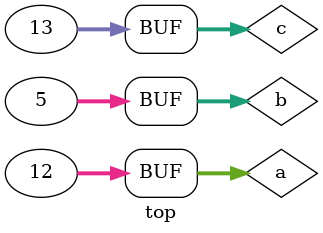
<source format=sv>
/*
:name: binary_op_bit_or
:description: | operator test
:should_fail: 0
:tags: 11.4.8
*/
module top();
int a = 12;
int b = 5;
int c;
initial begin
    c = a | b;
end
endmodule
</source>
